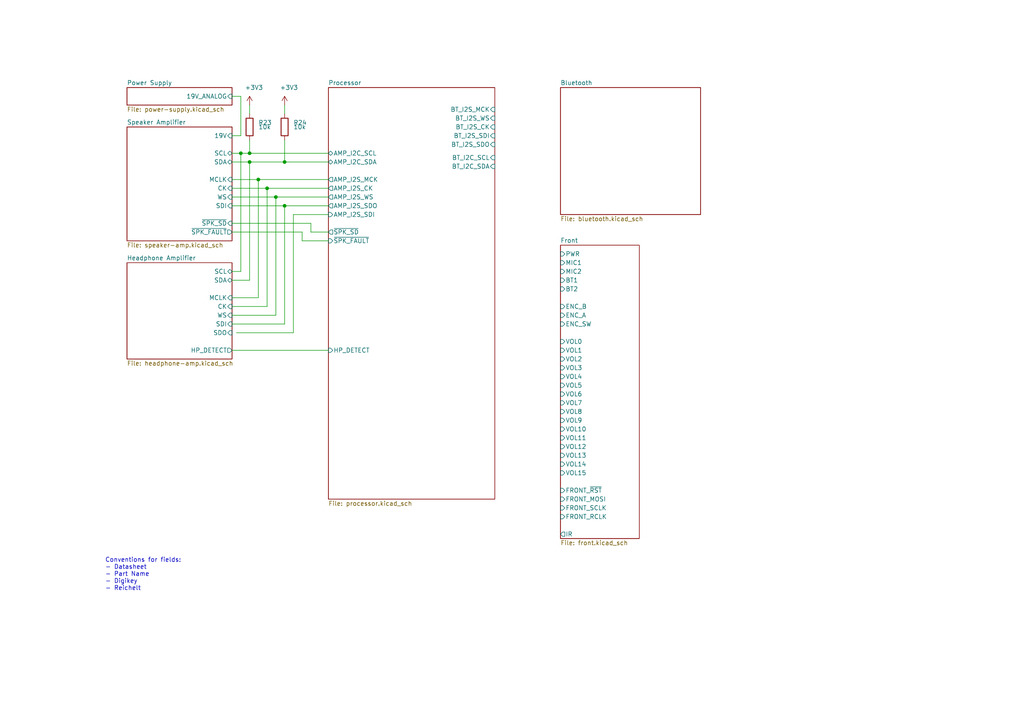
<source format=kicad_sch>
(kicad_sch (version 20201015) (generator eeschema)
  (page 1 7)
  (paper "A4")
  (lib_symbols
    (symbol "Device:R" (pin_numbers hide) (pin_names (offset 0))
      (property "Reference" "R" (at 2.032 0 90))
      (property "Value" "R" (at 0 0 90))
      (symbol "R_0_1"
        (rectangle (start -1.016 -2.54) (end 1.016 2.54) (stroke (width 0.254)))
      )
      (symbol "R_1_1"
        (pin passive line (at 0 3.81 270) (length 1.27) (name "~") (number "1"))
        (pin passive line (at 0 -3.81 90) (length 1.27) (name "~") (number "2"))
      )
    )
    (symbol "power:+3V3" (power) (pin_names (offset 0))
      (property "Value" "+3V3" (at 0 3.556 0))
      (symbol "+3V3_0_1"
        (polyline (pts (xy -0.762 1.27) (xy 0 2.54)))
        (polyline (pts (xy 0 0) (xy 0 2.54)))
        (polyline (pts (xy 0 2.54) (xy 0.762 1.27)))
      )
      (symbol "+3V3_1_1"
        (pin power_in line (at 0 0 90) (length 0) hide (name "+3V3") (number "1"))
      )
    )
  )
  (junction (at 69.85 44.45) (diameter 0.9144))
  (junction (at 72.39 44.45) (diameter 0.9144))
  (junction (at 72.39 46.99) (diameter 0.9144))
  (junction (at 74.93 52.07) (diameter 0.9144))
  (junction (at 77.47 54.61) (diameter 0.9144))
  (junction (at 80.01 57.15) (diameter 0.9144))
  (junction (at 82.55 46.99) (diameter 0.9144))
  (junction (at 82.55 59.69) (diameter 0.9144))
  (wire (pts (xy 67.31 27.94) (xy 69.85 27.94)))
  (wire (pts (xy 67.31 44.45) (xy 69.85 44.45)))
  (wire (pts (xy 67.31 46.99) (xy 72.39 46.99)))
  (wire (pts (xy 67.31 52.07) (xy 74.93 52.07)))
  (wire (pts (xy 67.31 67.31) (xy 87.63 67.31)))
  (wire (pts (xy 67.31 81.28) (xy 72.39 81.28)))
  (wire (pts (xy 67.31 88.9) (xy 77.47 88.9)))
  (wire (pts (xy 67.31 91.44) (xy 80.01 91.44)))
  (wire (pts (xy 67.31 93.98) (xy 82.55 93.98)))
  (wire (pts (xy 67.31 101.6) (xy 95.25 101.6)))
  (wire (pts (xy 68.58 96.52) (xy 85.09 96.52)))
  (wire (pts (xy 69.85 27.94) (xy 69.85 39.37)))
  (wire (pts (xy 69.85 39.37) (xy 67.31 39.37)))
  (wire (pts (xy 69.85 44.45) (xy 69.85 78.74)))
  (wire (pts (xy 69.85 44.45) (xy 72.39 44.45)))
  (wire (pts (xy 69.85 78.74) (xy 67.31 78.74)))
  (wire (pts (xy 72.39 30.48) (xy 72.39 33.02)))
  (wire (pts (xy 72.39 44.45) (xy 72.39 40.64)))
  (wire (pts (xy 72.39 44.45) (xy 95.25 44.45)))
  (wire (pts (xy 72.39 46.99) (xy 82.55 46.99)))
  (wire (pts (xy 72.39 81.28) (xy 72.39 46.99)))
  (wire (pts (xy 74.93 52.07) (xy 74.93 86.36)))
  (wire (pts (xy 74.93 52.07) (xy 95.25 52.07)))
  (wire (pts (xy 74.93 86.36) (xy 67.31 86.36)))
  (wire (pts (xy 77.47 54.61) (xy 67.31 54.61)))
  (wire (pts (xy 77.47 54.61) (xy 95.25 54.61)))
  (wire (pts (xy 77.47 88.9) (xy 77.47 54.61)))
  (wire (pts (xy 80.01 57.15) (xy 67.31 57.15)))
  (wire (pts (xy 80.01 57.15) (xy 95.25 57.15)))
  (wire (pts (xy 80.01 91.44) (xy 80.01 57.15)))
  (wire (pts (xy 82.55 30.48) (xy 82.55 33.02)))
  (wire (pts (xy 82.55 46.99) (xy 82.55 40.64)))
  (wire (pts (xy 82.55 46.99) (xy 95.25 46.99)))
  (wire (pts (xy 82.55 59.69) (xy 67.31 59.69)))
  (wire (pts (xy 82.55 59.69) (xy 95.25 59.69)))
  (wire (pts (xy 82.55 93.98) (xy 82.55 59.69)))
  (wire (pts (xy 85.09 62.23) (xy 95.25 62.23)))
  (wire (pts (xy 85.09 96.52) (xy 85.09 62.23)))
  (wire (pts (xy 87.63 67.31) (xy 87.63 69.85)))
  (wire (pts (xy 87.63 69.85) (xy 95.25 69.85)))
  (wire (pts (xy 90.17 64.77) (xy 67.31 64.77)))
  (wire (pts (xy 90.17 67.31) (xy 90.17 64.77)))
  (wire (pts (xy 95.25 67.31) (xy 90.17 67.31)))
  (text "Conventions for fields:\n- Datasheet\n- Part Name\n- Digikey\n- Reichelt" (at 30.48 171.45 0) (effects (font (size 1.27 1.27)) (justify left bottom)))
  (symbol (lib_id "power:+3V3") (at 72.39 30.48 0) (unit 1)
    (property "Reference" "#PWR0157" (effects hide))
    (property "Value" "+3V3" (at 73.66 25.4 0))
  )
  (symbol (lib_id "power:+3V3") (at 82.55 30.48 0) (unit 1)
    (property "Reference" "#PWR0158" (effects hide))
    (property "Value" "+3V3" (at 83.82 25.4 0))
  )
  (symbol (lib_id "Device:R") (at 72.39 36.83 0) (unit 1)
    (property "Reference" "R23" (at 74.93 35.56 0) (effects (justify left)))
    (property "Value" "10k" (at 74.93 36.83 0) (effects (justify left)))
    (property "Footprint" "Resistor_SMD:R_0603_1608Metric" (effects hide))
  )
  (symbol (lib_id "Device:R") (at 82.55 36.83 0) (unit 1)
    (property "Reference" "R24" (at 85.09 35.56 0) (effects (justify left)))
    (property "Value" "10k" (at 85.09 36.83 0) (effects (justify left)))
    (property "Footprint" "Resistor_SMD:R_0603_1608Metric" (effects hide))
  )
  (sheet (at 162.56 25.4) (size 40.64 36.83)
    (property "Schaltplanname" "Bluetooth" (at 162.56 24.7645 0) (effects (justify left bottom)))
    (property "Dateiname Blatt" "bluetooth.kicad_sch" (at 162.56 62.7385 0) (effects (justify left top)))
  )
  (sheet (at 162.56 71.12) (size 22.86 85.09)
    (property "Schaltplanname" "Front" (at 162.56 70.4845 0) (effects (justify left bottom)))
    (property "Dateiname Blatt" "front.kicad_sch" (at 162.56 156.7185 0) (effects (justify left top)))
    (pin "PWR" input (at 162.56 73.66 180))
    (pin "ENC_B" input (at 162.56 88.9 180))
    (pin "ENC_A" input (at 162.56 91.44 180))
    (pin "ENC_SW" input (at 162.56 93.98 180))
    (pin "VOL1" input (at 162.56 101.6 180))
    (pin "VOL0" input (at 162.56 99.06 180))
    (pin "VOL4" input (at 162.56 109.22 180))
    (pin "VOL7" input (at 162.56 116.84 180))
    (pin "VOL3" input (at 162.56 106.68 180))
    (pin "VOL5" input (at 162.56 111.76 180))
    (pin "VOL6" input (at 162.56 114.3 180))
    (pin "VOL8" input (at 162.56 119.38 180))
    (pin "VOL9" input (at 162.56 121.92 180))
    (pin "VOL10" input (at 162.56 124.46 180))
    (pin "VOL14" input (at 162.56 134.62 180))
    (pin "VOL12" input (at 162.56 129.54 180))
    (pin "VOL13" input (at 162.56 132.08 180))
    (pin "VOL11" input (at 162.56 127 180))
    (pin "VOL15" input (at 162.56 137.16 180))
    (pin "VOL2" input (at 162.56 104.14 180))
    (pin "MIC1" input (at 162.56 76.2 180))
    (pin "BT2" input (at 162.56 83.82 180))
    (pin "MIC2" input (at 162.56 78.74 180))
    (pin "BT1" input (at 162.56 81.28 180))
    (pin "FRONT_~RST" input (at 162.56 142.24 180))
    (pin "FRONT_MOSI" input (at 162.56 144.78 180))
    (pin "IR" output (at 162.56 154.94 180))
    (pin "FRONT_RCLK" input (at 162.56 149.86 180))
    (pin "FRONT_SCLK" input (at 162.56 147.32 180))
  )
  (sheet (at 36.83 76.2) (size 30.48 27.94)
    (property "Schaltplanname" "Headphone Amplifier" (at 36.83 75.5645 0) (effects (justify left bottom)))
    (property "Dateiname Blatt" "headphone-amp.kicad_sch" (at 36.83 104.6485 0) (effects (justify left top)))
    (pin "HP_DETECT" output (at 67.31 101.6 0))
    (pin "MCLK" input (at 67.31 86.36 0))
    (pin "CK" input (at 67.31 88.9 0))
    (pin "WS" input (at 67.31 91.44 0))
    (pin "SDI" input (at 67.31 93.98 0))
    (pin "SDO" input (at 67.31 96.52 0))
    (pin "SCL" bidirectional (at 67.31 78.74 0))
    (pin "SDA" bidirectional (at 67.31 81.28 0))
  )
  (sheet (at 36.83 25.4) (size 30.48 5.08)
    (property "Schaltplanname" "Power Supply" (at 36.83 24.7645 0) (effects (justify left bottom)))
    (property "Dateiname Blatt" "power-supply.kicad_sch" (at 36.83 30.9885 0) (effects (justify left top)))
    (pin "19V_ANALOG" input (at 67.31 27.94 0))
  )
  (sheet (at 95.25 25.4) (size 48.26 119.38)
    (property "Schaltplanname" "Processor" (at 95.25 24.7645 0) (effects (justify left bottom)))
    (property "Dateiname Blatt" "processor.kicad_sch" (at 95.25 145.2885 0) (effects (justify left top)))
    (pin "AMP_I2S_MCK" output (at 95.25 52.07 180))
    (pin "AMP_I2S_CK" output (at 95.25 54.61 180))
    (pin "AMP_I2S_WS" output (at 95.25 57.15 180))
    (pin "AMP_I2S_SDI" input (at 95.25 62.23 180))
    (pin "AMP_I2S_SDO" output (at 95.25 59.69 180))
    (pin "BT_I2S_WS" input (at 143.51 34.29 0))
    (pin "BT_I2S_CK" input (at 143.51 36.83 0))
    (pin "BT_I2S_SDI" input (at 143.51 39.37 0))
    (pin "BT_I2S_SDO" input (at 143.51 41.91 0))
    (pin "BT_I2S_MCK" input (at 143.51 31.75 0))
    (pin "AMP_I2C_SDA" bidirectional (at 95.25 46.99 180))
    (pin "AMP_I2C_SCL" bidirectional (at 95.25 44.45 180))
    (pin "BT_I2C_SCL" input (at 143.51 45.72 0))
    (pin "BT_I2C_SDA" input (at 143.51 48.26 0))
    (pin "HP_DETECT" input (at 95.25 101.6 180))
    (pin "~SPK_FAULT" input (at 95.25 69.85 180))
    (pin "~SPK_SD" output (at 95.25 67.31 180))
  )
  (sheet (at 36.83 36.83) (size 30.48 33.02)
    (property "Schaltplanname" "Speaker Amplifier" (at 36.83 36.1945 0) (effects (justify left bottom)))
    (property "Dateiname Blatt" "speaker-amp.kicad_sch" (at 36.83 70.3585 0) (effects (justify left top)))
    (pin "SDI" input (at 67.31 59.69 0))
    (pin "~SPK_SD" input (at 67.31 64.77 0))
    (pin "~SPK_FAULT" output (at 67.31 67.31 0))
    (pin "SDA" bidirectional (at 67.31 46.99 0))
    (pin "MCLK" input (at 67.31 52.07 0))
    (pin "CK" input (at 67.31 54.61 0))
    (pin "WS" input (at 67.31 57.15 0))
    (pin "SCL" bidirectional (at 67.31 44.45 0))
    (pin "19V" input (at 67.31 39.37 0))
  )
)
</source>
